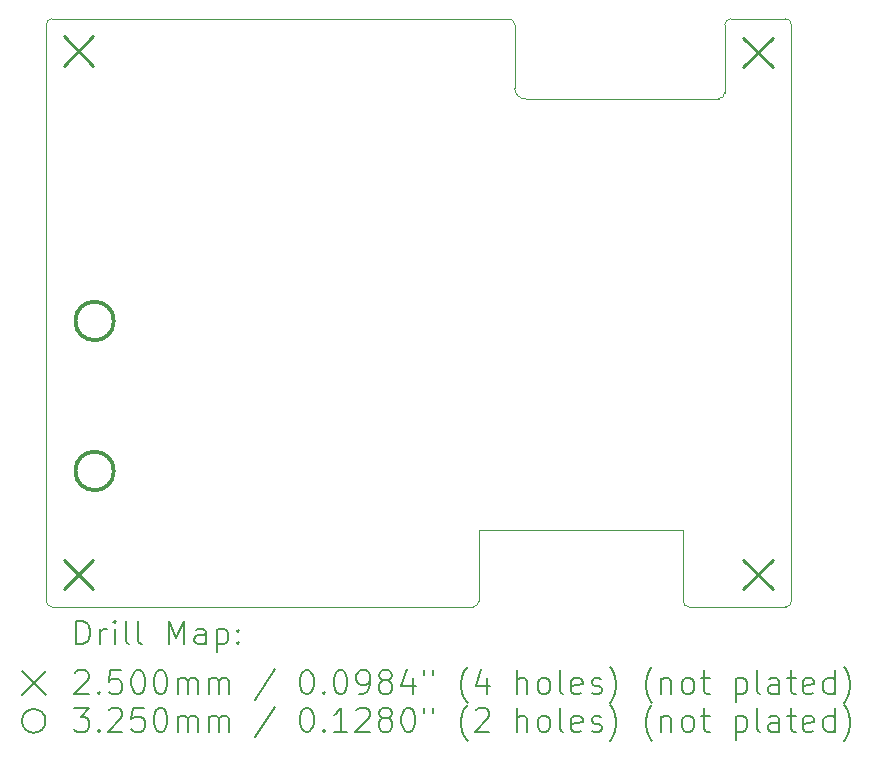
<source format=gbr>
%TF.GenerationSoftware,KiCad,Pcbnew,7.0.9*%
%TF.CreationDate,2024-01-13T23:59:28+01:00*%
%TF.ProjectId,ithowifi_4l,6974686f-7769-4666-995f-346c2e6b6963,rev?*%
%TF.SameCoordinates,Original*%
%TF.FileFunction,Drillmap*%
%TF.FilePolarity,Positive*%
%FSLAX45Y45*%
G04 Gerber Fmt 4.5, Leading zero omitted, Abs format (unit mm)*
G04 Created by KiCad (PCBNEW 7.0.9) date 2024-01-13 23:59:28*
%MOMM*%
%LPD*%
G01*
G04 APERTURE LIST*
%ADD10C,0.100000*%
%ADD11C,0.200000*%
%ADD12C,0.250000*%
%ADD13C,0.325000*%
G04 APERTURE END LIST*
D10*
X5273200Y-15596800D02*
G75*
G03*
X5323200Y-15646800I50000J0D01*
G01*
X9189925Y-10666800D02*
X5323200Y-10666800D01*
X8886055Y-15646800D02*
X5323200Y-15646800D01*
X11533200Y-15646800D02*
X10716055Y-15646800D01*
X10666060Y-15596800D02*
G75*
G03*
X10716055Y-15646800I50000J0D01*
G01*
X11533200Y-15646800D02*
G75*
G03*
X11583200Y-15596800I0J50000D01*
G01*
X11583200Y-15596800D02*
X11583200Y-10716800D01*
X10666055Y-14996800D02*
X8936055Y-14996800D01*
X5273200Y-15596800D02*
X5273200Y-10716800D01*
X11583200Y-10716800D02*
G75*
G03*
X11533200Y-10666800I-50000J0D01*
G01*
X11533200Y-10666800D02*
X11069326Y-10666800D01*
X11069326Y-10666794D02*
G75*
G03*
X11018520Y-10716800I4J-50816D01*
G01*
X9240519Y-11254740D02*
G75*
G03*
X9331960Y-11343045I86321J-2110D01*
G01*
X11018520Y-11292600D02*
X11018520Y-10716800D01*
X10666055Y-15596800D02*
X10666055Y-14996800D01*
X5323200Y-10666800D02*
G75*
G03*
X5273200Y-10716800I0J-50000D01*
G01*
X8886055Y-15646795D02*
G75*
G03*
X8936055Y-15596800I5J49995D01*
G01*
X10967322Y-11343130D02*
X9331960Y-11343045D01*
X8936055Y-14996800D02*
X8936055Y-15596800D01*
X9240714Y-10716800D02*
G75*
G03*
X9189925Y-10666800I-50794J-800D01*
G01*
X10967322Y-11343134D02*
G75*
G03*
X11018520Y-11292600I-2J51204D01*
G01*
X9240520Y-11254740D02*
X9240715Y-10716800D01*
D11*
D12*
X5423200Y-10813100D02*
X5673200Y-11063100D01*
X5673200Y-10813100D02*
X5423200Y-11063100D01*
X5423200Y-15245400D02*
X5673200Y-15495400D01*
X5673200Y-15245400D02*
X5423200Y-15495400D01*
X11176300Y-10825800D02*
X11426300Y-11075800D01*
X11426300Y-10825800D02*
X11176300Y-11075800D01*
X11176300Y-15245400D02*
X11426300Y-15495400D01*
X11426300Y-15245400D02*
X11176300Y-15495400D01*
D13*
X5845750Y-13225650D02*
G75*
G03*
X5845750Y-13225650I-162500J0D01*
G01*
X5845750Y-14495650D02*
G75*
G03*
X5845750Y-14495650I-162500J0D01*
G01*
D11*
X5528977Y-15963284D02*
X5528977Y-15763284D01*
X5528977Y-15763284D02*
X5576596Y-15763284D01*
X5576596Y-15763284D02*
X5605167Y-15772808D01*
X5605167Y-15772808D02*
X5624215Y-15791855D01*
X5624215Y-15791855D02*
X5633739Y-15810903D01*
X5633739Y-15810903D02*
X5643262Y-15848998D01*
X5643262Y-15848998D02*
X5643262Y-15877569D01*
X5643262Y-15877569D02*
X5633739Y-15915665D01*
X5633739Y-15915665D02*
X5624215Y-15934712D01*
X5624215Y-15934712D02*
X5605167Y-15953760D01*
X5605167Y-15953760D02*
X5576596Y-15963284D01*
X5576596Y-15963284D02*
X5528977Y-15963284D01*
X5728977Y-15963284D02*
X5728977Y-15829950D01*
X5728977Y-15868046D02*
X5738501Y-15848998D01*
X5738501Y-15848998D02*
X5748024Y-15839474D01*
X5748024Y-15839474D02*
X5767072Y-15829950D01*
X5767072Y-15829950D02*
X5786120Y-15829950D01*
X5852786Y-15963284D02*
X5852786Y-15829950D01*
X5852786Y-15763284D02*
X5843262Y-15772808D01*
X5843262Y-15772808D02*
X5852786Y-15782331D01*
X5852786Y-15782331D02*
X5862310Y-15772808D01*
X5862310Y-15772808D02*
X5852786Y-15763284D01*
X5852786Y-15763284D02*
X5852786Y-15782331D01*
X5976596Y-15963284D02*
X5957548Y-15953760D01*
X5957548Y-15953760D02*
X5948024Y-15934712D01*
X5948024Y-15934712D02*
X5948024Y-15763284D01*
X6081358Y-15963284D02*
X6062310Y-15953760D01*
X6062310Y-15953760D02*
X6052786Y-15934712D01*
X6052786Y-15934712D02*
X6052786Y-15763284D01*
X6309929Y-15963284D02*
X6309929Y-15763284D01*
X6309929Y-15763284D02*
X6376596Y-15906141D01*
X6376596Y-15906141D02*
X6443262Y-15763284D01*
X6443262Y-15763284D02*
X6443262Y-15963284D01*
X6624215Y-15963284D02*
X6624215Y-15858522D01*
X6624215Y-15858522D02*
X6614691Y-15839474D01*
X6614691Y-15839474D02*
X6595643Y-15829950D01*
X6595643Y-15829950D02*
X6557548Y-15829950D01*
X6557548Y-15829950D02*
X6538501Y-15839474D01*
X6624215Y-15953760D02*
X6605167Y-15963284D01*
X6605167Y-15963284D02*
X6557548Y-15963284D01*
X6557548Y-15963284D02*
X6538501Y-15953760D01*
X6538501Y-15953760D02*
X6528977Y-15934712D01*
X6528977Y-15934712D02*
X6528977Y-15915665D01*
X6528977Y-15915665D02*
X6538501Y-15896617D01*
X6538501Y-15896617D02*
X6557548Y-15887093D01*
X6557548Y-15887093D02*
X6605167Y-15887093D01*
X6605167Y-15887093D02*
X6624215Y-15877569D01*
X6719453Y-15829950D02*
X6719453Y-16029950D01*
X6719453Y-15839474D02*
X6738501Y-15829950D01*
X6738501Y-15829950D02*
X6776596Y-15829950D01*
X6776596Y-15829950D02*
X6795643Y-15839474D01*
X6795643Y-15839474D02*
X6805167Y-15848998D01*
X6805167Y-15848998D02*
X6814691Y-15868046D01*
X6814691Y-15868046D02*
X6814691Y-15925188D01*
X6814691Y-15925188D02*
X6805167Y-15944236D01*
X6805167Y-15944236D02*
X6795643Y-15953760D01*
X6795643Y-15953760D02*
X6776596Y-15963284D01*
X6776596Y-15963284D02*
X6738501Y-15963284D01*
X6738501Y-15963284D02*
X6719453Y-15953760D01*
X6900405Y-15944236D02*
X6909929Y-15953760D01*
X6909929Y-15953760D02*
X6900405Y-15963284D01*
X6900405Y-15963284D02*
X6890882Y-15953760D01*
X6890882Y-15953760D02*
X6900405Y-15944236D01*
X6900405Y-15944236D02*
X6900405Y-15963284D01*
X6900405Y-15839474D02*
X6909929Y-15848998D01*
X6909929Y-15848998D02*
X6900405Y-15858522D01*
X6900405Y-15858522D02*
X6890882Y-15848998D01*
X6890882Y-15848998D02*
X6900405Y-15839474D01*
X6900405Y-15839474D02*
X6900405Y-15858522D01*
X5068200Y-16191800D02*
X5268200Y-16391800D01*
X5268200Y-16191800D02*
X5068200Y-16391800D01*
X5519453Y-16202331D02*
X5528977Y-16192808D01*
X5528977Y-16192808D02*
X5548024Y-16183284D01*
X5548024Y-16183284D02*
X5595643Y-16183284D01*
X5595643Y-16183284D02*
X5614691Y-16192808D01*
X5614691Y-16192808D02*
X5624215Y-16202331D01*
X5624215Y-16202331D02*
X5633739Y-16221379D01*
X5633739Y-16221379D02*
X5633739Y-16240427D01*
X5633739Y-16240427D02*
X5624215Y-16268998D01*
X5624215Y-16268998D02*
X5509929Y-16383284D01*
X5509929Y-16383284D02*
X5633739Y-16383284D01*
X5719453Y-16364236D02*
X5728977Y-16373760D01*
X5728977Y-16373760D02*
X5719453Y-16383284D01*
X5719453Y-16383284D02*
X5709929Y-16373760D01*
X5709929Y-16373760D02*
X5719453Y-16364236D01*
X5719453Y-16364236D02*
X5719453Y-16383284D01*
X5909929Y-16183284D02*
X5814691Y-16183284D01*
X5814691Y-16183284D02*
X5805167Y-16278522D01*
X5805167Y-16278522D02*
X5814691Y-16268998D01*
X5814691Y-16268998D02*
X5833739Y-16259474D01*
X5833739Y-16259474D02*
X5881358Y-16259474D01*
X5881358Y-16259474D02*
X5900405Y-16268998D01*
X5900405Y-16268998D02*
X5909929Y-16278522D01*
X5909929Y-16278522D02*
X5919453Y-16297569D01*
X5919453Y-16297569D02*
X5919453Y-16345188D01*
X5919453Y-16345188D02*
X5909929Y-16364236D01*
X5909929Y-16364236D02*
X5900405Y-16373760D01*
X5900405Y-16373760D02*
X5881358Y-16383284D01*
X5881358Y-16383284D02*
X5833739Y-16383284D01*
X5833739Y-16383284D02*
X5814691Y-16373760D01*
X5814691Y-16373760D02*
X5805167Y-16364236D01*
X6043262Y-16183284D02*
X6062310Y-16183284D01*
X6062310Y-16183284D02*
X6081358Y-16192808D01*
X6081358Y-16192808D02*
X6090882Y-16202331D01*
X6090882Y-16202331D02*
X6100405Y-16221379D01*
X6100405Y-16221379D02*
X6109929Y-16259474D01*
X6109929Y-16259474D02*
X6109929Y-16307093D01*
X6109929Y-16307093D02*
X6100405Y-16345188D01*
X6100405Y-16345188D02*
X6090882Y-16364236D01*
X6090882Y-16364236D02*
X6081358Y-16373760D01*
X6081358Y-16373760D02*
X6062310Y-16383284D01*
X6062310Y-16383284D02*
X6043262Y-16383284D01*
X6043262Y-16383284D02*
X6024215Y-16373760D01*
X6024215Y-16373760D02*
X6014691Y-16364236D01*
X6014691Y-16364236D02*
X6005167Y-16345188D01*
X6005167Y-16345188D02*
X5995643Y-16307093D01*
X5995643Y-16307093D02*
X5995643Y-16259474D01*
X5995643Y-16259474D02*
X6005167Y-16221379D01*
X6005167Y-16221379D02*
X6014691Y-16202331D01*
X6014691Y-16202331D02*
X6024215Y-16192808D01*
X6024215Y-16192808D02*
X6043262Y-16183284D01*
X6233739Y-16183284D02*
X6252786Y-16183284D01*
X6252786Y-16183284D02*
X6271834Y-16192808D01*
X6271834Y-16192808D02*
X6281358Y-16202331D01*
X6281358Y-16202331D02*
X6290882Y-16221379D01*
X6290882Y-16221379D02*
X6300405Y-16259474D01*
X6300405Y-16259474D02*
X6300405Y-16307093D01*
X6300405Y-16307093D02*
X6290882Y-16345188D01*
X6290882Y-16345188D02*
X6281358Y-16364236D01*
X6281358Y-16364236D02*
X6271834Y-16373760D01*
X6271834Y-16373760D02*
X6252786Y-16383284D01*
X6252786Y-16383284D02*
X6233739Y-16383284D01*
X6233739Y-16383284D02*
X6214691Y-16373760D01*
X6214691Y-16373760D02*
X6205167Y-16364236D01*
X6205167Y-16364236D02*
X6195643Y-16345188D01*
X6195643Y-16345188D02*
X6186120Y-16307093D01*
X6186120Y-16307093D02*
X6186120Y-16259474D01*
X6186120Y-16259474D02*
X6195643Y-16221379D01*
X6195643Y-16221379D02*
X6205167Y-16202331D01*
X6205167Y-16202331D02*
X6214691Y-16192808D01*
X6214691Y-16192808D02*
X6233739Y-16183284D01*
X6386120Y-16383284D02*
X6386120Y-16249950D01*
X6386120Y-16268998D02*
X6395643Y-16259474D01*
X6395643Y-16259474D02*
X6414691Y-16249950D01*
X6414691Y-16249950D02*
X6443263Y-16249950D01*
X6443263Y-16249950D02*
X6462310Y-16259474D01*
X6462310Y-16259474D02*
X6471834Y-16278522D01*
X6471834Y-16278522D02*
X6471834Y-16383284D01*
X6471834Y-16278522D02*
X6481358Y-16259474D01*
X6481358Y-16259474D02*
X6500405Y-16249950D01*
X6500405Y-16249950D02*
X6528977Y-16249950D01*
X6528977Y-16249950D02*
X6548024Y-16259474D01*
X6548024Y-16259474D02*
X6557548Y-16278522D01*
X6557548Y-16278522D02*
X6557548Y-16383284D01*
X6652786Y-16383284D02*
X6652786Y-16249950D01*
X6652786Y-16268998D02*
X6662310Y-16259474D01*
X6662310Y-16259474D02*
X6681358Y-16249950D01*
X6681358Y-16249950D02*
X6709929Y-16249950D01*
X6709929Y-16249950D02*
X6728977Y-16259474D01*
X6728977Y-16259474D02*
X6738501Y-16278522D01*
X6738501Y-16278522D02*
X6738501Y-16383284D01*
X6738501Y-16278522D02*
X6748024Y-16259474D01*
X6748024Y-16259474D02*
X6767072Y-16249950D01*
X6767072Y-16249950D02*
X6795643Y-16249950D01*
X6795643Y-16249950D02*
X6814691Y-16259474D01*
X6814691Y-16259474D02*
X6824215Y-16278522D01*
X6824215Y-16278522D02*
X6824215Y-16383284D01*
X7214691Y-16173760D02*
X7043263Y-16430903D01*
X7471834Y-16183284D02*
X7490882Y-16183284D01*
X7490882Y-16183284D02*
X7509929Y-16192808D01*
X7509929Y-16192808D02*
X7519453Y-16202331D01*
X7519453Y-16202331D02*
X7528977Y-16221379D01*
X7528977Y-16221379D02*
X7538501Y-16259474D01*
X7538501Y-16259474D02*
X7538501Y-16307093D01*
X7538501Y-16307093D02*
X7528977Y-16345188D01*
X7528977Y-16345188D02*
X7519453Y-16364236D01*
X7519453Y-16364236D02*
X7509929Y-16373760D01*
X7509929Y-16373760D02*
X7490882Y-16383284D01*
X7490882Y-16383284D02*
X7471834Y-16383284D01*
X7471834Y-16383284D02*
X7452786Y-16373760D01*
X7452786Y-16373760D02*
X7443263Y-16364236D01*
X7443263Y-16364236D02*
X7433739Y-16345188D01*
X7433739Y-16345188D02*
X7424215Y-16307093D01*
X7424215Y-16307093D02*
X7424215Y-16259474D01*
X7424215Y-16259474D02*
X7433739Y-16221379D01*
X7433739Y-16221379D02*
X7443263Y-16202331D01*
X7443263Y-16202331D02*
X7452786Y-16192808D01*
X7452786Y-16192808D02*
X7471834Y-16183284D01*
X7624215Y-16364236D02*
X7633739Y-16373760D01*
X7633739Y-16373760D02*
X7624215Y-16383284D01*
X7624215Y-16383284D02*
X7614691Y-16373760D01*
X7614691Y-16373760D02*
X7624215Y-16364236D01*
X7624215Y-16364236D02*
X7624215Y-16383284D01*
X7757548Y-16183284D02*
X7776596Y-16183284D01*
X7776596Y-16183284D02*
X7795644Y-16192808D01*
X7795644Y-16192808D02*
X7805167Y-16202331D01*
X7805167Y-16202331D02*
X7814691Y-16221379D01*
X7814691Y-16221379D02*
X7824215Y-16259474D01*
X7824215Y-16259474D02*
X7824215Y-16307093D01*
X7824215Y-16307093D02*
X7814691Y-16345188D01*
X7814691Y-16345188D02*
X7805167Y-16364236D01*
X7805167Y-16364236D02*
X7795644Y-16373760D01*
X7795644Y-16373760D02*
X7776596Y-16383284D01*
X7776596Y-16383284D02*
X7757548Y-16383284D01*
X7757548Y-16383284D02*
X7738501Y-16373760D01*
X7738501Y-16373760D02*
X7728977Y-16364236D01*
X7728977Y-16364236D02*
X7719453Y-16345188D01*
X7719453Y-16345188D02*
X7709929Y-16307093D01*
X7709929Y-16307093D02*
X7709929Y-16259474D01*
X7709929Y-16259474D02*
X7719453Y-16221379D01*
X7719453Y-16221379D02*
X7728977Y-16202331D01*
X7728977Y-16202331D02*
X7738501Y-16192808D01*
X7738501Y-16192808D02*
X7757548Y-16183284D01*
X7919453Y-16383284D02*
X7957548Y-16383284D01*
X7957548Y-16383284D02*
X7976596Y-16373760D01*
X7976596Y-16373760D02*
X7986120Y-16364236D01*
X7986120Y-16364236D02*
X8005167Y-16335665D01*
X8005167Y-16335665D02*
X8014691Y-16297569D01*
X8014691Y-16297569D02*
X8014691Y-16221379D01*
X8014691Y-16221379D02*
X8005167Y-16202331D01*
X8005167Y-16202331D02*
X7995644Y-16192808D01*
X7995644Y-16192808D02*
X7976596Y-16183284D01*
X7976596Y-16183284D02*
X7938501Y-16183284D01*
X7938501Y-16183284D02*
X7919453Y-16192808D01*
X7919453Y-16192808D02*
X7909929Y-16202331D01*
X7909929Y-16202331D02*
X7900406Y-16221379D01*
X7900406Y-16221379D02*
X7900406Y-16268998D01*
X7900406Y-16268998D02*
X7909929Y-16288046D01*
X7909929Y-16288046D02*
X7919453Y-16297569D01*
X7919453Y-16297569D02*
X7938501Y-16307093D01*
X7938501Y-16307093D02*
X7976596Y-16307093D01*
X7976596Y-16307093D02*
X7995644Y-16297569D01*
X7995644Y-16297569D02*
X8005167Y-16288046D01*
X8005167Y-16288046D02*
X8014691Y-16268998D01*
X8128977Y-16268998D02*
X8109929Y-16259474D01*
X8109929Y-16259474D02*
X8100406Y-16249950D01*
X8100406Y-16249950D02*
X8090882Y-16230903D01*
X8090882Y-16230903D02*
X8090882Y-16221379D01*
X8090882Y-16221379D02*
X8100406Y-16202331D01*
X8100406Y-16202331D02*
X8109929Y-16192808D01*
X8109929Y-16192808D02*
X8128977Y-16183284D01*
X8128977Y-16183284D02*
X8167072Y-16183284D01*
X8167072Y-16183284D02*
X8186120Y-16192808D01*
X8186120Y-16192808D02*
X8195644Y-16202331D01*
X8195644Y-16202331D02*
X8205167Y-16221379D01*
X8205167Y-16221379D02*
X8205167Y-16230903D01*
X8205167Y-16230903D02*
X8195644Y-16249950D01*
X8195644Y-16249950D02*
X8186120Y-16259474D01*
X8186120Y-16259474D02*
X8167072Y-16268998D01*
X8167072Y-16268998D02*
X8128977Y-16268998D01*
X8128977Y-16268998D02*
X8109929Y-16278522D01*
X8109929Y-16278522D02*
X8100406Y-16288046D01*
X8100406Y-16288046D02*
X8090882Y-16307093D01*
X8090882Y-16307093D02*
X8090882Y-16345188D01*
X8090882Y-16345188D02*
X8100406Y-16364236D01*
X8100406Y-16364236D02*
X8109929Y-16373760D01*
X8109929Y-16373760D02*
X8128977Y-16383284D01*
X8128977Y-16383284D02*
X8167072Y-16383284D01*
X8167072Y-16383284D02*
X8186120Y-16373760D01*
X8186120Y-16373760D02*
X8195644Y-16364236D01*
X8195644Y-16364236D02*
X8205167Y-16345188D01*
X8205167Y-16345188D02*
X8205167Y-16307093D01*
X8205167Y-16307093D02*
X8195644Y-16288046D01*
X8195644Y-16288046D02*
X8186120Y-16278522D01*
X8186120Y-16278522D02*
X8167072Y-16268998D01*
X8376596Y-16249950D02*
X8376596Y-16383284D01*
X8328977Y-16173760D02*
X8281358Y-16316617D01*
X8281358Y-16316617D02*
X8405168Y-16316617D01*
X8471834Y-16183284D02*
X8471834Y-16221379D01*
X8548025Y-16183284D02*
X8548025Y-16221379D01*
X8843263Y-16459474D02*
X8833739Y-16449950D01*
X8833739Y-16449950D02*
X8814691Y-16421379D01*
X8814691Y-16421379D02*
X8805168Y-16402331D01*
X8805168Y-16402331D02*
X8795644Y-16373760D01*
X8795644Y-16373760D02*
X8786120Y-16326141D01*
X8786120Y-16326141D02*
X8786120Y-16288046D01*
X8786120Y-16288046D02*
X8795644Y-16240427D01*
X8795644Y-16240427D02*
X8805168Y-16211855D01*
X8805168Y-16211855D02*
X8814691Y-16192808D01*
X8814691Y-16192808D02*
X8833739Y-16164236D01*
X8833739Y-16164236D02*
X8843263Y-16154712D01*
X9005168Y-16249950D02*
X9005168Y-16383284D01*
X8957549Y-16173760D02*
X8909930Y-16316617D01*
X8909930Y-16316617D02*
X9033739Y-16316617D01*
X9262311Y-16383284D02*
X9262311Y-16183284D01*
X9348025Y-16383284D02*
X9348025Y-16278522D01*
X9348025Y-16278522D02*
X9338501Y-16259474D01*
X9338501Y-16259474D02*
X9319453Y-16249950D01*
X9319453Y-16249950D02*
X9290882Y-16249950D01*
X9290882Y-16249950D02*
X9271834Y-16259474D01*
X9271834Y-16259474D02*
X9262311Y-16268998D01*
X9471834Y-16383284D02*
X9452787Y-16373760D01*
X9452787Y-16373760D02*
X9443263Y-16364236D01*
X9443263Y-16364236D02*
X9433739Y-16345188D01*
X9433739Y-16345188D02*
X9433739Y-16288046D01*
X9433739Y-16288046D02*
X9443263Y-16268998D01*
X9443263Y-16268998D02*
X9452787Y-16259474D01*
X9452787Y-16259474D02*
X9471834Y-16249950D01*
X9471834Y-16249950D02*
X9500406Y-16249950D01*
X9500406Y-16249950D02*
X9519453Y-16259474D01*
X9519453Y-16259474D02*
X9528977Y-16268998D01*
X9528977Y-16268998D02*
X9538501Y-16288046D01*
X9538501Y-16288046D02*
X9538501Y-16345188D01*
X9538501Y-16345188D02*
X9528977Y-16364236D01*
X9528977Y-16364236D02*
X9519453Y-16373760D01*
X9519453Y-16373760D02*
X9500406Y-16383284D01*
X9500406Y-16383284D02*
X9471834Y-16383284D01*
X9652787Y-16383284D02*
X9633739Y-16373760D01*
X9633739Y-16373760D02*
X9624215Y-16354712D01*
X9624215Y-16354712D02*
X9624215Y-16183284D01*
X9805168Y-16373760D02*
X9786120Y-16383284D01*
X9786120Y-16383284D02*
X9748025Y-16383284D01*
X9748025Y-16383284D02*
X9728977Y-16373760D01*
X9728977Y-16373760D02*
X9719453Y-16354712D01*
X9719453Y-16354712D02*
X9719453Y-16278522D01*
X9719453Y-16278522D02*
X9728977Y-16259474D01*
X9728977Y-16259474D02*
X9748025Y-16249950D01*
X9748025Y-16249950D02*
X9786120Y-16249950D01*
X9786120Y-16249950D02*
X9805168Y-16259474D01*
X9805168Y-16259474D02*
X9814692Y-16278522D01*
X9814692Y-16278522D02*
X9814692Y-16297569D01*
X9814692Y-16297569D02*
X9719453Y-16316617D01*
X9890882Y-16373760D02*
X9909930Y-16383284D01*
X9909930Y-16383284D02*
X9948025Y-16383284D01*
X9948025Y-16383284D02*
X9967073Y-16373760D01*
X9967073Y-16373760D02*
X9976596Y-16354712D01*
X9976596Y-16354712D02*
X9976596Y-16345188D01*
X9976596Y-16345188D02*
X9967073Y-16326141D01*
X9967073Y-16326141D02*
X9948025Y-16316617D01*
X9948025Y-16316617D02*
X9919453Y-16316617D01*
X9919453Y-16316617D02*
X9900406Y-16307093D01*
X9900406Y-16307093D02*
X9890882Y-16288046D01*
X9890882Y-16288046D02*
X9890882Y-16278522D01*
X9890882Y-16278522D02*
X9900406Y-16259474D01*
X9900406Y-16259474D02*
X9919453Y-16249950D01*
X9919453Y-16249950D02*
X9948025Y-16249950D01*
X9948025Y-16249950D02*
X9967073Y-16259474D01*
X10043263Y-16459474D02*
X10052787Y-16449950D01*
X10052787Y-16449950D02*
X10071834Y-16421379D01*
X10071834Y-16421379D02*
X10081358Y-16402331D01*
X10081358Y-16402331D02*
X10090882Y-16373760D01*
X10090882Y-16373760D02*
X10100406Y-16326141D01*
X10100406Y-16326141D02*
X10100406Y-16288046D01*
X10100406Y-16288046D02*
X10090882Y-16240427D01*
X10090882Y-16240427D02*
X10081358Y-16211855D01*
X10081358Y-16211855D02*
X10071834Y-16192808D01*
X10071834Y-16192808D02*
X10052787Y-16164236D01*
X10052787Y-16164236D02*
X10043263Y-16154712D01*
X10405168Y-16459474D02*
X10395644Y-16449950D01*
X10395644Y-16449950D02*
X10376596Y-16421379D01*
X10376596Y-16421379D02*
X10367073Y-16402331D01*
X10367073Y-16402331D02*
X10357549Y-16373760D01*
X10357549Y-16373760D02*
X10348025Y-16326141D01*
X10348025Y-16326141D02*
X10348025Y-16288046D01*
X10348025Y-16288046D02*
X10357549Y-16240427D01*
X10357549Y-16240427D02*
X10367073Y-16211855D01*
X10367073Y-16211855D02*
X10376596Y-16192808D01*
X10376596Y-16192808D02*
X10395644Y-16164236D01*
X10395644Y-16164236D02*
X10405168Y-16154712D01*
X10481358Y-16249950D02*
X10481358Y-16383284D01*
X10481358Y-16268998D02*
X10490882Y-16259474D01*
X10490882Y-16259474D02*
X10509930Y-16249950D01*
X10509930Y-16249950D02*
X10538501Y-16249950D01*
X10538501Y-16249950D02*
X10557549Y-16259474D01*
X10557549Y-16259474D02*
X10567073Y-16278522D01*
X10567073Y-16278522D02*
X10567073Y-16383284D01*
X10690882Y-16383284D02*
X10671834Y-16373760D01*
X10671834Y-16373760D02*
X10662311Y-16364236D01*
X10662311Y-16364236D02*
X10652787Y-16345188D01*
X10652787Y-16345188D02*
X10652787Y-16288046D01*
X10652787Y-16288046D02*
X10662311Y-16268998D01*
X10662311Y-16268998D02*
X10671834Y-16259474D01*
X10671834Y-16259474D02*
X10690882Y-16249950D01*
X10690882Y-16249950D02*
X10719454Y-16249950D01*
X10719454Y-16249950D02*
X10738501Y-16259474D01*
X10738501Y-16259474D02*
X10748025Y-16268998D01*
X10748025Y-16268998D02*
X10757549Y-16288046D01*
X10757549Y-16288046D02*
X10757549Y-16345188D01*
X10757549Y-16345188D02*
X10748025Y-16364236D01*
X10748025Y-16364236D02*
X10738501Y-16373760D01*
X10738501Y-16373760D02*
X10719454Y-16383284D01*
X10719454Y-16383284D02*
X10690882Y-16383284D01*
X10814692Y-16249950D02*
X10890882Y-16249950D01*
X10843263Y-16183284D02*
X10843263Y-16354712D01*
X10843263Y-16354712D02*
X10852787Y-16373760D01*
X10852787Y-16373760D02*
X10871834Y-16383284D01*
X10871834Y-16383284D02*
X10890882Y-16383284D01*
X11109930Y-16249950D02*
X11109930Y-16449950D01*
X11109930Y-16259474D02*
X11128977Y-16249950D01*
X11128977Y-16249950D02*
X11167073Y-16249950D01*
X11167073Y-16249950D02*
X11186120Y-16259474D01*
X11186120Y-16259474D02*
X11195644Y-16268998D01*
X11195644Y-16268998D02*
X11205168Y-16288046D01*
X11205168Y-16288046D02*
X11205168Y-16345188D01*
X11205168Y-16345188D02*
X11195644Y-16364236D01*
X11195644Y-16364236D02*
X11186120Y-16373760D01*
X11186120Y-16373760D02*
X11167073Y-16383284D01*
X11167073Y-16383284D02*
X11128977Y-16383284D01*
X11128977Y-16383284D02*
X11109930Y-16373760D01*
X11319453Y-16383284D02*
X11300406Y-16373760D01*
X11300406Y-16373760D02*
X11290882Y-16354712D01*
X11290882Y-16354712D02*
X11290882Y-16183284D01*
X11481358Y-16383284D02*
X11481358Y-16278522D01*
X11481358Y-16278522D02*
X11471834Y-16259474D01*
X11471834Y-16259474D02*
X11452787Y-16249950D01*
X11452787Y-16249950D02*
X11414692Y-16249950D01*
X11414692Y-16249950D02*
X11395644Y-16259474D01*
X11481358Y-16373760D02*
X11462311Y-16383284D01*
X11462311Y-16383284D02*
X11414692Y-16383284D01*
X11414692Y-16383284D02*
X11395644Y-16373760D01*
X11395644Y-16373760D02*
X11386120Y-16354712D01*
X11386120Y-16354712D02*
X11386120Y-16335665D01*
X11386120Y-16335665D02*
X11395644Y-16316617D01*
X11395644Y-16316617D02*
X11414692Y-16307093D01*
X11414692Y-16307093D02*
X11462311Y-16307093D01*
X11462311Y-16307093D02*
X11481358Y-16297569D01*
X11548025Y-16249950D02*
X11624215Y-16249950D01*
X11576596Y-16183284D02*
X11576596Y-16354712D01*
X11576596Y-16354712D02*
X11586120Y-16373760D01*
X11586120Y-16373760D02*
X11605168Y-16383284D01*
X11605168Y-16383284D02*
X11624215Y-16383284D01*
X11767073Y-16373760D02*
X11748025Y-16383284D01*
X11748025Y-16383284D02*
X11709930Y-16383284D01*
X11709930Y-16383284D02*
X11690882Y-16373760D01*
X11690882Y-16373760D02*
X11681358Y-16354712D01*
X11681358Y-16354712D02*
X11681358Y-16278522D01*
X11681358Y-16278522D02*
X11690882Y-16259474D01*
X11690882Y-16259474D02*
X11709930Y-16249950D01*
X11709930Y-16249950D02*
X11748025Y-16249950D01*
X11748025Y-16249950D02*
X11767073Y-16259474D01*
X11767073Y-16259474D02*
X11776596Y-16278522D01*
X11776596Y-16278522D02*
X11776596Y-16297569D01*
X11776596Y-16297569D02*
X11681358Y-16316617D01*
X11948025Y-16383284D02*
X11948025Y-16183284D01*
X11948025Y-16373760D02*
X11928977Y-16383284D01*
X11928977Y-16383284D02*
X11890882Y-16383284D01*
X11890882Y-16383284D02*
X11871834Y-16373760D01*
X11871834Y-16373760D02*
X11862311Y-16364236D01*
X11862311Y-16364236D02*
X11852787Y-16345188D01*
X11852787Y-16345188D02*
X11852787Y-16288046D01*
X11852787Y-16288046D02*
X11862311Y-16268998D01*
X11862311Y-16268998D02*
X11871834Y-16259474D01*
X11871834Y-16259474D02*
X11890882Y-16249950D01*
X11890882Y-16249950D02*
X11928977Y-16249950D01*
X11928977Y-16249950D02*
X11948025Y-16259474D01*
X12024215Y-16459474D02*
X12033739Y-16449950D01*
X12033739Y-16449950D02*
X12052787Y-16421379D01*
X12052787Y-16421379D02*
X12062311Y-16402331D01*
X12062311Y-16402331D02*
X12071834Y-16373760D01*
X12071834Y-16373760D02*
X12081358Y-16326141D01*
X12081358Y-16326141D02*
X12081358Y-16288046D01*
X12081358Y-16288046D02*
X12071834Y-16240427D01*
X12071834Y-16240427D02*
X12062311Y-16211855D01*
X12062311Y-16211855D02*
X12052787Y-16192808D01*
X12052787Y-16192808D02*
X12033739Y-16164236D01*
X12033739Y-16164236D02*
X12024215Y-16154712D01*
X5268200Y-16611800D02*
G75*
G03*
X5268200Y-16611800I-100000J0D01*
G01*
X5509929Y-16503284D02*
X5633739Y-16503284D01*
X5633739Y-16503284D02*
X5567072Y-16579474D01*
X5567072Y-16579474D02*
X5595643Y-16579474D01*
X5595643Y-16579474D02*
X5614691Y-16588998D01*
X5614691Y-16588998D02*
X5624215Y-16598522D01*
X5624215Y-16598522D02*
X5633739Y-16617569D01*
X5633739Y-16617569D02*
X5633739Y-16665188D01*
X5633739Y-16665188D02*
X5624215Y-16684236D01*
X5624215Y-16684236D02*
X5614691Y-16693760D01*
X5614691Y-16693760D02*
X5595643Y-16703284D01*
X5595643Y-16703284D02*
X5538501Y-16703284D01*
X5538501Y-16703284D02*
X5519453Y-16693760D01*
X5519453Y-16693760D02*
X5509929Y-16684236D01*
X5719453Y-16684236D02*
X5728977Y-16693760D01*
X5728977Y-16693760D02*
X5719453Y-16703284D01*
X5719453Y-16703284D02*
X5709929Y-16693760D01*
X5709929Y-16693760D02*
X5719453Y-16684236D01*
X5719453Y-16684236D02*
X5719453Y-16703284D01*
X5805167Y-16522331D02*
X5814691Y-16512808D01*
X5814691Y-16512808D02*
X5833739Y-16503284D01*
X5833739Y-16503284D02*
X5881358Y-16503284D01*
X5881358Y-16503284D02*
X5900405Y-16512808D01*
X5900405Y-16512808D02*
X5909929Y-16522331D01*
X5909929Y-16522331D02*
X5919453Y-16541379D01*
X5919453Y-16541379D02*
X5919453Y-16560427D01*
X5919453Y-16560427D02*
X5909929Y-16588998D01*
X5909929Y-16588998D02*
X5795643Y-16703284D01*
X5795643Y-16703284D02*
X5919453Y-16703284D01*
X6100405Y-16503284D02*
X6005167Y-16503284D01*
X6005167Y-16503284D02*
X5995643Y-16598522D01*
X5995643Y-16598522D02*
X6005167Y-16588998D01*
X6005167Y-16588998D02*
X6024215Y-16579474D01*
X6024215Y-16579474D02*
X6071834Y-16579474D01*
X6071834Y-16579474D02*
X6090882Y-16588998D01*
X6090882Y-16588998D02*
X6100405Y-16598522D01*
X6100405Y-16598522D02*
X6109929Y-16617569D01*
X6109929Y-16617569D02*
X6109929Y-16665188D01*
X6109929Y-16665188D02*
X6100405Y-16684236D01*
X6100405Y-16684236D02*
X6090882Y-16693760D01*
X6090882Y-16693760D02*
X6071834Y-16703284D01*
X6071834Y-16703284D02*
X6024215Y-16703284D01*
X6024215Y-16703284D02*
X6005167Y-16693760D01*
X6005167Y-16693760D02*
X5995643Y-16684236D01*
X6233739Y-16503284D02*
X6252786Y-16503284D01*
X6252786Y-16503284D02*
X6271834Y-16512808D01*
X6271834Y-16512808D02*
X6281358Y-16522331D01*
X6281358Y-16522331D02*
X6290882Y-16541379D01*
X6290882Y-16541379D02*
X6300405Y-16579474D01*
X6300405Y-16579474D02*
X6300405Y-16627093D01*
X6300405Y-16627093D02*
X6290882Y-16665188D01*
X6290882Y-16665188D02*
X6281358Y-16684236D01*
X6281358Y-16684236D02*
X6271834Y-16693760D01*
X6271834Y-16693760D02*
X6252786Y-16703284D01*
X6252786Y-16703284D02*
X6233739Y-16703284D01*
X6233739Y-16703284D02*
X6214691Y-16693760D01*
X6214691Y-16693760D02*
X6205167Y-16684236D01*
X6205167Y-16684236D02*
X6195643Y-16665188D01*
X6195643Y-16665188D02*
X6186120Y-16627093D01*
X6186120Y-16627093D02*
X6186120Y-16579474D01*
X6186120Y-16579474D02*
X6195643Y-16541379D01*
X6195643Y-16541379D02*
X6205167Y-16522331D01*
X6205167Y-16522331D02*
X6214691Y-16512808D01*
X6214691Y-16512808D02*
X6233739Y-16503284D01*
X6386120Y-16703284D02*
X6386120Y-16569950D01*
X6386120Y-16588998D02*
X6395643Y-16579474D01*
X6395643Y-16579474D02*
X6414691Y-16569950D01*
X6414691Y-16569950D02*
X6443263Y-16569950D01*
X6443263Y-16569950D02*
X6462310Y-16579474D01*
X6462310Y-16579474D02*
X6471834Y-16598522D01*
X6471834Y-16598522D02*
X6471834Y-16703284D01*
X6471834Y-16598522D02*
X6481358Y-16579474D01*
X6481358Y-16579474D02*
X6500405Y-16569950D01*
X6500405Y-16569950D02*
X6528977Y-16569950D01*
X6528977Y-16569950D02*
X6548024Y-16579474D01*
X6548024Y-16579474D02*
X6557548Y-16598522D01*
X6557548Y-16598522D02*
X6557548Y-16703284D01*
X6652786Y-16703284D02*
X6652786Y-16569950D01*
X6652786Y-16588998D02*
X6662310Y-16579474D01*
X6662310Y-16579474D02*
X6681358Y-16569950D01*
X6681358Y-16569950D02*
X6709929Y-16569950D01*
X6709929Y-16569950D02*
X6728977Y-16579474D01*
X6728977Y-16579474D02*
X6738501Y-16598522D01*
X6738501Y-16598522D02*
X6738501Y-16703284D01*
X6738501Y-16598522D02*
X6748024Y-16579474D01*
X6748024Y-16579474D02*
X6767072Y-16569950D01*
X6767072Y-16569950D02*
X6795643Y-16569950D01*
X6795643Y-16569950D02*
X6814691Y-16579474D01*
X6814691Y-16579474D02*
X6824215Y-16598522D01*
X6824215Y-16598522D02*
X6824215Y-16703284D01*
X7214691Y-16493760D02*
X7043263Y-16750903D01*
X7471834Y-16503284D02*
X7490882Y-16503284D01*
X7490882Y-16503284D02*
X7509929Y-16512808D01*
X7509929Y-16512808D02*
X7519453Y-16522331D01*
X7519453Y-16522331D02*
X7528977Y-16541379D01*
X7528977Y-16541379D02*
X7538501Y-16579474D01*
X7538501Y-16579474D02*
X7538501Y-16627093D01*
X7538501Y-16627093D02*
X7528977Y-16665188D01*
X7528977Y-16665188D02*
X7519453Y-16684236D01*
X7519453Y-16684236D02*
X7509929Y-16693760D01*
X7509929Y-16693760D02*
X7490882Y-16703284D01*
X7490882Y-16703284D02*
X7471834Y-16703284D01*
X7471834Y-16703284D02*
X7452786Y-16693760D01*
X7452786Y-16693760D02*
X7443263Y-16684236D01*
X7443263Y-16684236D02*
X7433739Y-16665188D01*
X7433739Y-16665188D02*
X7424215Y-16627093D01*
X7424215Y-16627093D02*
X7424215Y-16579474D01*
X7424215Y-16579474D02*
X7433739Y-16541379D01*
X7433739Y-16541379D02*
X7443263Y-16522331D01*
X7443263Y-16522331D02*
X7452786Y-16512808D01*
X7452786Y-16512808D02*
X7471834Y-16503284D01*
X7624215Y-16684236D02*
X7633739Y-16693760D01*
X7633739Y-16693760D02*
X7624215Y-16703284D01*
X7624215Y-16703284D02*
X7614691Y-16693760D01*
X7614691Y-16693760D02*
X7624215Y-16684236D01*
X7624215Y-16684236D02*
X7624215Y-16703284D01*
X7824215Y-16703284D02*
X7709929Y-16703284D01*
X7767072Y-16703284D02*
X7767072Y-16503284D01*
X7767072Y-16503284D02*
X7748025Y-16531855D01*
X7748025Y-16531855D02*
X7728977Y-16550903D01*
X7728977Y-16550903D02*
X7709929Y-16560427D01*
X7900406Y-16522331D02*
X7909929Y-16512808D01*
X7909929Y-16512808D02*
X7928977Y-16503284D01*
X7928977Y-16503284D02*
X7976596Y-16503284D01*
X7976596Y-16503284D02*
X7995644Y-16512808D01*
X7995644Y-16512808D02*
X8005167Y-16522331D01*
X8005167Y-16522331D02*
X8014691Y-16541379D01*
X8014691Y-16541379D02*
X8014691Y-16560427D01*
X8014691Y-16560427D02*
X8005167Y-16588998D01*
X8005167Y-16588998D02*
X7890882Y-16703284D01*
X7890882Y-16703284D02*
X8014691Y-16703284D01*
X8128977Y-16588998D02*
X8109929Y-16579474D01*
X8109929Y-16579474D02*
X8100406Y-16569950D01*
X8100406Y-16569950D02*
X8090882Y-16550903D01*
X8090882Y-16550903D02*
X8090882Y-16541379D01*
X8090882Y-16541379D02*
X8100406Y-16522331D01*
X8100406Y-16522331D02*
X8109929Y-16512808D01*
X8109929Y-16512808D02*
X8128977Y-16503284D01*
X8128977Y-16503284D02*
X8167072Y-16503284D01*
X8167072Y-16503284D02*
X8186120Y-16512808D01*
X8186120Y-16512808D02*
X8195644Y-16522331D01*
X8195644Y-16522331D02*
X8205167Y-16541379D01*
X8205167Y-16541379D02*
X8205167Y-16550903D01*
X8205167Y-16550903D02*
X8195644Y-16569950D01*
X8195644Y-16569950D02*
X8186120Y-16579474D01*
X8186120Y-16579474D02*
X8167072Y-16588998D01*
X8167072Y-16588998D02*
X8128977Y-16588998D01*
X8128977Y-16588998D02*
X8109929Y-16598522D01*
X8109929Y-16598522D02*
X8100406Y-16608046D01*
X8100406Y-16608046D02*
X8090882Y-16627093D01*
X8090882Y-16627093D02*
X8090882Y-16665188D01*
X8090882Y-16665188D02*
X8100406Y-16684236D01*
X8100406Y-16684236D02*
X8109929Y-16693760D01*
X8109929Y-16693760D02*
X8128977Y-16703284D01*
X8128977Y-16703284D02*
X8167072Y-16703284D01*
X8167072Y-16703284D02*
X8186120Y-16693760D01*
X8186120Y-16693760D02*
X8195644Y-16684236D01*
X8195644Y-16684236D02*
X8205167Y-16665188D01*
X8205167Y-16665188D02*
X8205167Y-16627093D01*
X8205167Y-16627093D02*
X8195644Y-16608046D01*
X8195644Y-16608046D02*
X8186120Y-16598522D01*
X8186120Y-16598522D02*
X8167072Y-16588998D01*
X8328977Y-16503284D02*
X8348025Y-16503284D01*
X8348025Y-16503284D02*
X8367072Y-16512808D01*
X8367072Y-16512808D02*
X8376596Y-16522331D01*
X8376596Y-16522331D02*
X8386120Y-16541379D01*
X8386120Y-16541379D02*
X8395644Y-16579474D01*
X8395644Y-16579474D02*
X8395644Y-16627093D01*
X8395644Y-16627093D02*
X8386120Y-16665188D01*
X8386120Y-16665188D02*
X8376596Y-16684236D01*
X8376596Y-16684236D02*
X8367072Y-16693760D01*
X8367072Y-16693760D02*
X8348025Y-16703284D01*
X8348025Y-16703284D02*
X8328977Y-16703284D01*
X8328977Y-16703284D02*
X8309929Y-16693760D01*
X8309929Y-16693760D02*
X8300406Y-16684236D01*
X8300406Y-16684236D02*
X8290882Y-16665188D01*
X8290882Y-16665188D02*
X8281358Y-16627093D01*
X8281358Y-16627093D02*
X8281358Y-16579474D01*
X8281358Y-16579474D02*
X8290882Y-16541379D01*
X8290882Y-16541379D02*
X8300406Y-16522331D01*
X8300406Y-16522331D02*
X8309929Y-16512808D01*
X8309929Y-16512808D02*
X8328977Y-16503284D01*
X8471834Y-16503284D02*
X8471834Y-16541379D01*
X8548025Y-16503284D02*
X8548025Y-16541379D01*
X8843263Y-16779474D02*
X8833739Y-16769950D01*
X8833739Y-16769950D02*
X8814691Y-16741379D01*
X8814691Y-16741379D02*
X8805168Y-16722331D01*
X8805168Y-16722331D02*
X8795644Y-16693760D01*
X8795644Y-16693760D02*
X8786120Y-16646141D01*
X8786120Y-16646141D02*
X8786120Y-16608046D01*
X8786120Y-16608046D02*
X8795644Y-16560427D01*
X8795644Y-16560427D02*
X8805168Y-16531855D01*
X8805168Y-16531855D02*
X8814691Y-16512808D01*
X8814691Y-16512808D02*
X8833739Y-16484236D01*
X8833739Y-16484236D02*
X8843263Y-16474712D01*
X8909930Y-16522331D02*
X8919453Y-16512808D01*
X8919453Y-16512808D02*
X8938501Y-16503284D01*
X8938501Y-16503284D02*
X8986120Y-16503284D01*
X8986120Y-16503284D02*
X9005168Y-16512808D01*
X9005168Y-16512808D02*
X9014691Y-16522331D01*
X9014691Y-16522331D02*
X9024215Y-16541379D01*
X9024215Y-16541379D02*
X9024215Y-16560427D01*
X9024215Y-16560427D02*
X9014691Y-16588998D01*
X9014691Y-16588998D02*
X8900406Y-16703284D01*
X8900406Y-16703284D02*
X9024215Y-16703284D01*
X9262311Y-16703284D02*
X9262311Y-16503284D01*
X9348025Y-16703284D02*
X9348025Y-16598522D01*
X9348025Y-16598522D02*
X9338501Y-16579474D01*
X9338501Y-16579474D02*
X9319453Y-16569950D01*
X9319453Y-16569950D02*
X9290882Y-16569950D01*
X9290882Y-16569950D02*
X9271834Y-16579474D01*
X9271834Y-16579474D02*
X9262311Y-16588998D01*
X9471834Y-16703284D02*
X9452787Y-16693760D01*
X9452787Y-16693760D02*
X9443263Y-16684236D01*
X9443263Y-16684236D02*
X9433739Y-16665188D01*
X9433739Y-16665188D02*
X9433739Y-16608046D01*
X9433739Y-16608046D02*
X9443263Y-16588998D01*
X9443263Y-16588998D02*
X9452787Y-16579474D01*
X9452787Y-16579474D02*
X9471834Y-16569950D01*
X9471834Y-16569950D02*
X9500406Y-16569950D01*
X9500406Y-16569950D02*
X9519453Y-16579474D01*
X9519453Y-16579474D02*
X9528977Y-16588998D01*
X9528977Y-16588998D02*
X9538501Y-16608046D01*
X9538501Y-16608046D02*
X9538501Y-16665188D01*
X9538501Y-16665188D02*
X9528977Y-16684236D01*
X9528977Y-16684236D02*
X9519453Y-16693760D01*
X9519453Y-16693760D02*
X9500406Y-16703284D01*
X9500406Y-16703284D02*
X9471834Y-16703284D01*
X9652787Y-16703284D02*
X9633739Y-16693760D01*
X9633739Y-16693760D02*
X9624215Y-16674712D01*
X9624215Y-16674712D02*
X9624215Y-16503284D01*
X9805168Y-16693760D02*
X9786120Y-16703284D01*
X9786120Y-16703284D02*
X9748025Y-16703284D01*
X9748025Y-16703284D02*
X9728977Y-16693760D01*
X9728977Y-16693760D02*
X9719453Y-16674712D01*
X9719453Y-16674712D02*
X9719453Y-16598522D01*
X9719453Y-16598522D02*
X9728977Y-16579474D01*
X9728977Y-16579474D02*
X9748025Y-16569950D01*
X9748025Y-16569950D02*
X9786120Y-16569950D01*
X9786120Y-16569950D02*
X9805168Y-16579474D01*
X9805168Y-16579474D02*
X9814692Y-16598522D01*
X9814692Y-16598522D02*
X9814692Y-16617569D01*
X9814692Y-16617569D02*
X9719453Y-16636617D01*
X9890882Y-16693760D02*
X9909930Y-16703284D01*
X9909930Y-16703284D02*
X9948025Y-16703284D01*
X9948025Y-16703284D02*
X9967073Y-16693760D01*
X9967073Y-16693760D02*
X9976596Y-16674712D01*
X9976596Y-16674712D02*
X9976596Y-16665188D01*
X9976596Y-16665188D02*
X9967073Y-16646141D01*
X9967073Y-16646141D02*
X9948025Y-16636617D01*
X9948025Y-16636617D02*
X9919453Y-16636617D01*
X9919453Y-16636617D02*
X9900406Y-16627093D01*
X9900406Y-16627093D02*
X9890882Y-16608046D01*
X9890882Y-16608046D02*
X9890882Y-16598522D01*
X9890882Y-16598522D02*
X9900406Y-16579474D01*
X9900406Y-16579474D02*
X9919453Y-16569950D01*
X9919453Y-16569950D02*
X9948025Y-16569950D01*
X9948025Y-16569950D02*
X9967073Y-16579474D01*
X10043263Y-16779474D02*
X10052787Y-16769950D01*
X10052787Y-16769950D02*
X10071834Y-16741379D01*
X10071834Y-16741379D02*
X10081358Y-16722331D01*
X10081358Y-16722331D02*
X10090882Y-16693760D01*
X10090882Y-16693760D02*
X10100406Y-16646141D01*
X10100406Y-16646141D02*
X10100406Y-16608046D01*
X10100406Y-16608046D02*
X10090882Y-16560427D01*
X10090882Y-16560427D02*
X10081358Y-16531855D01*
X10081358Y-16531855D02*
X10071834Y-16512808D01*
X10071834Y-16512808D02*
X10052787Y-16484236D01*
X10052787Y-16484236D02*
X10043263Y-16474712D01*
X10405168Y-16779474D02*
X10395644Y-16769950D01*
X10395644Y-16769950D02*
X10376596Y-16741379D01*
X10376596Y-16741379D02*
X10367073Y-16722331D01*
X10367073Y-16722331D02*
X10357549Y-16693760D01*
X10357549Y-16693760D02*
X10348025Y-16646141D01*
X10348025Y-16646141D02*
X10348025Y-16608046D01*
X10348025Y-16608046D02*
X10357549Y-16560427D01*
X10357549Y-16560427D02*
X10367073Y-16531855D01*
X10367073Y-16531855D02*
X10376596Y-16512808D01*
X10376596Y-16512808D02*
X10395644Y-16484236D01*
X10395644Y-16484236D02*
X10405168Y-16474712D01*
X10481358Y-16569950D02*
X10481358Y-16703284D01*
X10481358Y-16588998D02*
X10490882Y-16579474D01*
X10490882Y-16579474D02*
X10509930Y-16569950D01*
X10509930Y-16569950D02*
X10538501Y-16569950D01*
X10538501Y-16569950D02*
X10557549Y-16579474D01*
X10557549Y-16579474D02*
X10567073Y-16598522D01*
X10567073Y-16598522D02*
X10567073Y-16703284D01*
X10690882Y-16703284D02*
X10671834Y-16693760D01*
X10671834Y-16693760D02*
X10662311Y-16684236D01*
X10662311Y-16684236D02*
X10652787Y-16665188D01*
X10652787Y-16665188D02*
X10652787Y-16608046D01*
X10652787Y-16608046D02*
X10662311Y-16588998D01*
X10662311Y-16588998D02*
X10671834Y-16579474D01*
X10671834Y-16579474D02*
X10690882Y-16569950D01*
X10690882Y-16569950D02*
X10719454Y-16569950D01*
X10719454Y-16569950D02*
X10738501Y-16579474D01*
X10738501Y-16579474D02*
X10748025Y-16588998D01*
X10748025Y-16588998D02*
X10757549Y-16608046D01*
X10757549Y-16608046D02*
X10757549Y-16665188D01*
X10757549Y-16665188D02*
X10748025Y-16684236D01*
X10748025Y-16684236D02*
X10738501Y-16693760D01*
X10738501Y-16693760D02*
X10719454Y-16703284D01*
X10719454Y-16703284D02*
X10690882Y-16703284D01*
X10814692Y-16569950D02*
X10890882Y-16569950D01*
X10843263Y-16503284D02*
X10843263Y-16674712D01*
X10843263Y-16674712D02*
X10852787Y-16693760D01*
X10852787Y-16693760D02*
X10871834Y-16703284D01*
X10871834Y-16703284D02*
X10890882Y-16703284D01*
X11109930Y-16569950D02*
X11109930Y-16769950D01*
X11109930Y-16579474D02*
X11128977Y-16569950D01*
X11128977Y-16569950D02*
X11167073Y-16569950D01*
X11167073Y-16569950D02*
X11186120Y-16579474D01*
X11186120Y-16579474D02*
X11195644Y-16588998D01*
X11195644Y-16588998D02*
X11205168Y-16608046D01*
X11205168Y-16608046D02*
X11205168Y-16665188D01*
X11205168Y-16665188D02*
X11195644Y-16684236D01*
X11195644Y-16684236D02*
X11186120Y-16693760D01*
X11186120Y-16693760D02*
X11167073Y-16703284D01*
X11167073Y-16703284D02*
X11128977Y-16703284D01*
X11128977Y-16703284D02*
X11109930Y-16693760D01*
X11319453Y-16703284D02*
X11300406Y-16693760D01*
X11300406Y-16693760D02*
X11290882Y-16674712D01*
X11290882Y-16674712D02*
X11290882Y-16503284D01*
X11481358Y-16703284D02*
X11481358Y-16598522D01*
X11481358Y-16598522D02*
X11471834Y-16579474D01*
X11471834Y-16579474D02*
X11452787Y-16569950D01*
X11452787Y-16569950D02*
X11414692Y-16569950D01*
X11414692Y-16569950D02*
X11395644Y-16579474D01*
X11481358Y-16693760D02*
X11462311Y-16703284D01*
X11462311Y-16703284D02*
X11414692Y-16703284D01*
X11414692Y-16703284D02*
X11395644Y-16693760D01*
X11395644Y-16693760D02*
X11386120Y-16674712D01*
X11386120Y-16674712D02*
X11386120Y-16655665D01*
X11386120Y-16655665D02*
X11395644Y-16636617D01*
X11395644Y-16636617D02*
X11414692Y-16627093D01*
X11414692Y-16627093D02*
X11462311Y-16627093D01*
X11462311Y-16627093D02*
X11481358Y-16617569D01*
X11548025Y-16569950D02*
X11624215Y-16569950D01*
X11576596Y-16503284D02*
X11576596Y-16674712D01*
X11576596Y-16674712D02*
X11586120Y-16693760D01*
X11586120Y-16693760D02*
X11605168Y-16703284D01*
X11605168Y-16703284D02*
X11624215Y-16703284D01*
X11767073Y-16693760D02*
X11748025Y-16703284D01*
X11748025Y-16703284D02*
X11709930Y-16703284D01*
X11709930Y-16703284D02*
X11690882Y-16693760D01*
X11690882Y-16693760D02*
X11681358Y-16674712D01*
X11681358Y-16674712D02*
X11681358Y-16598522D01*
X11681358Y-16598522D02*
X11690882Y-16579474D01*
X11690882Y-16579474D02*
X11709930Y-16569950D01*
X11709930Y-16569950D02*
X11748025Y-16569950D01*
X11748025Y-16569950D02*
X11767073Y-16579474D01*
X11767073Y-16579474D02*
X11776596Y-16598522D01*
X11776596Y-16598522D02*
X11776596Y-16617569D01*
X11776596Y-16617569D02*
X11681358Y-16636617D01*
X11948025Y-16703284D02*
X11948025Y-16503284D01*
X11948025Y-16693760D02*
X11928977Y-16703284D01*
X11928977Y-16703284D02*
X11890882Y-16703284D01*
X11890882Y-16703284D02*
X11871834Y-16693760D01*
X11871834Y-16693760D02*
X11862311Y-16684236D01*
X11862311Y-16684236D02*
X11852787Y-16665188D01*
X11852787Y-16665188D02*
X11852787Y-16608046D01*
X11852787Y-16608046D02*
X11862311Y-16588998D01*
X11862311Y-16588998D02*
X11871834Y-16579474D01*
X11871834Y-16579474D02*
X11890882Y-16569950D01*
X11890882Y-16569950D02*
X11928977Y-16569950D01*
X11928977Y-16569950D02*
X11948025Y-16579474D01*
X12024215Y-16779474D02*
X12033739Y-16769950D01*
X12033739Y-16769950D02*
X12052787Y-16741379D01*
X12052787Y-16741379D02*
X12062311Y-16722331D01*
X12062311Y-16722331D02*
X12071834Y-16693760D01*
X12071834Y-16693760D02*
X12081358Y-16646141D01*
X12081358Y-16646141D02*
X12081358Y-16608046D01*
X12081358Y-16608046D02*
X12071834Y-16560427D01*
X12071834Y-16560427D02*
X12062311Y-16531855D01*
X12062311Y-16531855D02*
X12052787Y-16512808D01*
X12052787Y-16512808D02*
X12033739Y-16484236D01*
X12033739Y-16484236D02*
X12024215Y-16474712D01*
M02*

</source>
